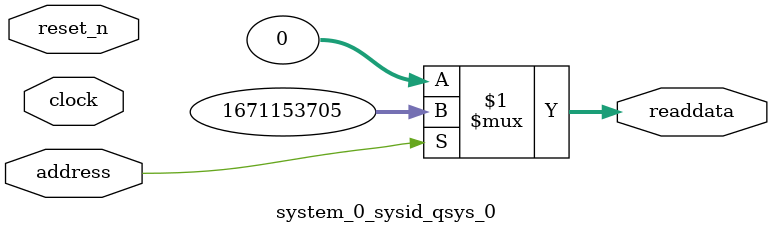
<source format=v>

`timescale 1ns / 1ps
// synthesis translate_on

// turn off superfluous verilog processor warnings 
// altera message_level Level1 
// altera message_off 10034 10035 10036 10037 10230 10240 10030 

module system_0_sysid_qsys_0 (
               // inputs:
                address,
                clock,
                reset_n,

               // outputs:
                readdata
             )
;

  output  [ 31: 0] readdata;
  input            address;
  input            clock;
  input            reset_n;

  wire    [ 31: 0] readdata;
  //control_slave, which is an e_avalon_slave
  assign readdata = address ? 1671153705 : 0;

endmodule




</source>
